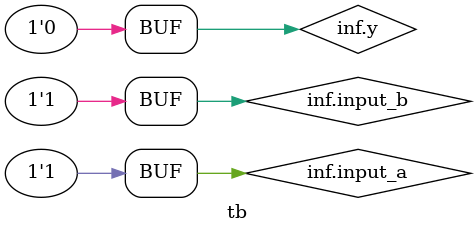
<source format=sv>
module tb(and_if inf);

initial begin
  $display("\n// and gate output");
  $monitor("\ninput_a=%b\t input_b=%b\t output_y=%b",inf.input_a,inf.input_b,inf.output_y);
  inf.y=0;
  inf.input_a = 0; inf.input_b = 0; 
  #1;
  inf.input_a = 1; inf.input_b = 0; 
  #1;
  inf.input_a = 0; inf.input_b = 1;     
  #1;
  inf.input_a = 1; inf.input_b = 1; 
end

endmodule:tb



</source>
